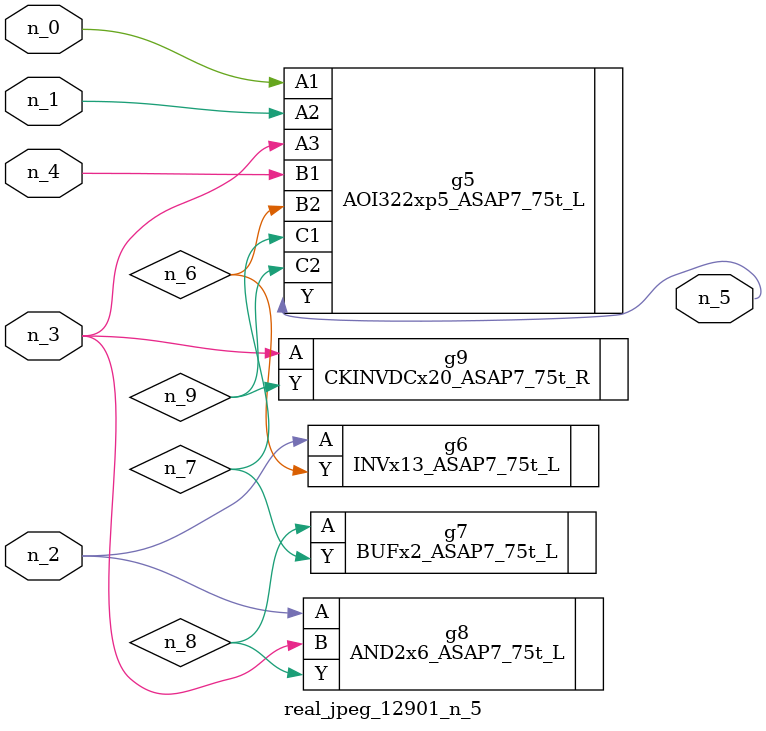
<source format=v>
module real_jpeg_12901_n_5 (n_4, n_0, n_1, n_2, n_3, n_5);

input n_4;
input n_0;
input n_1;
input n_2;
input n_3;

output n_5;

wire n_8;
wire n_6;
wire n_7;
wire n_9;

AOI322xp5_ASAP7_75t_L g5 ( 
.A1(n_0),
.A2(n_1),
.A3(n_3),
.B1(n_4),
.B2(n_6),
.C1(n_7),
.C2(n_9),
.Y(n_5)
);

INVx13_ASAP7_75t_L g6 ( 
.A(n_2),
.Y(n_6)
);

AND2x6_ASAP7_75t_L g8 ( 
.A(n_2),
.B(n_3),
.Y(n_8)
);

CKINVDCx20_ASAP7_75t_R g9 ( 
.A(n_3),
.Y(n_9)
);

BUFx2_ASAP7_75t_L g7 ( 
.A(n_8),
.Y(n_7)
);


endmodule
</source>
